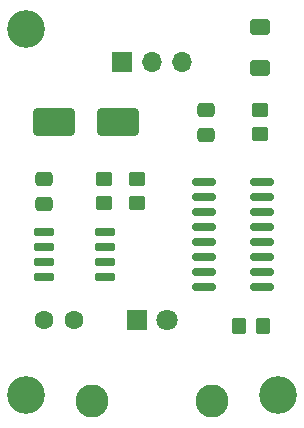
<source format=gbr>
%TF.GenerationSoftware,KiCad,Pcbnew,8.0.1*%
%TF.CreationDate,2024-11-01T11:19:19+01:00*%
%TF.ProjectId,Liquid-Sensor-Zisterne,4c697175-6964-42d5-9365-6e736f722d5a,rev?*%
%TF.SameCoordinates,Original*%
%TF.FileFunction,Soldermask,Top*%
%TF.FilePolarity,Negative*%
%FSLAX46Y46*%
G04 Gerber Fmt 4.6, Leading zero omitted, Abs format (unit mm)*
G04 Created by KiCad (PCBNEW 8.0.1) date 2024-11-01 11:19:19*
%MOMM*%
%LPD*%
G01*
G04 APERTURE LIST*
G04 Aperture macros list*
%AMRoundRect*
0 Rectangle with rounded corners*
0 $1 Rounding radius*
0 $2 $3 $4 $5 $6 $7 $8 $9 X,Y pos of 4 corners*
0 Add a 4 corners polygon primitive as box body*
4,1,4,$2,$3,$4,$5,$6,$7,$8,$9,$2,$3,0*
0 Add four circle primitives for the rounded corners*
1,1,$1+$1,$2,$3*
1,1,$1+$1,$4,$5*
1,1,$1+$1,$6,$7*
1,1,$1+$1,$8,$9*
0 Add four rect primitives between the rounded corners*
20,1,$1+$1,$2,$3,$4,$5,0*
20,1,$1+$1,$4,$5,$6,$7,0*
20,1,$1+$1,$6,$7,$8,$9,0*
20,1,$1+$1,$8,$9,$2,$3,0*%
G04 Aperture macros list end*
%ADD10RoundRect,0.250000X-0.350000X-0.450000X0.350000X-0.450000X0.350000X0.450000X-0.350000X0.450000X0*%
%ADD11RoundRect,0.250000X-0.600000X0.400000X-0.600000X-0.400000X0.600000X-0.400000X0.600000X0.400000X0*%
%ADD12C,2.800000*%
%ADD13RoundRect,0.250000X0.475000X-0.337500X0.475000X0.337500X-0.475000X0.337500X-0.475000X-0.337500X0*%
%ADD14RoundRect,0.250000X-1.500000X-0.900000X1.500000X-0.900000X1.500000X0.900000X-1.500000X0.900000X0*%
%ADD15R,1.700000X1.700000*%
%ADD16O,1.700000X1.700000*%
%ADD17RoundRect,0.250000X0.450000X-0.350000X0.450000X0.350000X-0.450000X0.350000X-0.450000X-0.350000X0*%
%ADD18RoundRect,0.250000X-0.450000X0.350000X-0.450000X-0.350000X0.450000X-0.350000X0.450000X0.350000X0*%
%ADD19C,3.200000*%
%ADD20R,1.800000X1.800000*%
%ADD21C,1.800000*%
%ADD22RoundRect,0.150000X0.825000X0.150000X-0.825000X0.150000X-0.825000X-0.150000X0.825000X-0.150000X0*%
%ADD23RoundRect,0.250000X-0.475000X0.337500X-0.475000X-0.337500X0.475000X-0.337500X0.475000X0.337500X0*%
%ADD24C,1.600000*%
%ADD25RoundRect,0.150000X-0.725000X-0.150000X0.725000X-0.150000X0.725000X0.150000X-0.725000X0.150000X0*%
G04 APERTURE END LIST*
D10*
%TO.C,R4*%
X166894000Y-86360000D03*
X168894000Y-86360000D03*
%TD*%
D11*
%TO.C,D3*%
X168656000Y-60988000D03*
X168656000Y-64488000D03*
%TD*%
D12*
%TO.C,J3*%
X164592000Y-92710000D03*
%TD*%
D13*
%TO.C,C3*%
X164084000Y-70125500D03*
X164084000Y-68050500D03*
%TD*%
D14*
%TO.C,D1*%
X151224000Y-69088000D03*
X156624000Y-69088000D03*
%TD*%
D15*
%TO.C,J1*%
X156972000Y-64008000D03*
D16*
X159512000Y-64008000D03*
X162052000Y-64008000D03*
%TD*%
D17*
%TO.C,R1*%
X155448000Y-75930000D03*
X155448000Y-73930000D03*
%TD*%
D18*
%TO.C,R2*%
X158242000Y-73930000D03*
X158242000Y-75930000D03*
%TD*%
D19*
%TO.C,H2*%
X148844000Y-92202000D03*
%TD*%
D12*
%TO.C,J2*%
X154432000Y-92710000D03*
%TD*%
D20*
%TO.C,D2*%
X158237000Y-85852000D03*
D21*
X160777000Y-85852000D03*
%TD*%
D22*
%TO.C,U2*%
X168845000Y-83058000D03*
X168845000Y-81788000D03*
X168845000Y-80518000D03*
X168845000Y-79248000D03*
X168845000Y-77978000D03*
X168845000Y-76708000D03*
X168845000Y-75438000D03*
X168845000Y-74168000D03*
X163895000Y-74168000D03*
X163895000Y-75438000D03*
X163895000Y-76708000D03*
X163895000Y-77978000D03*
X163895000Y-79248000D03*
X163895000Y-80518000D03*
X163895000Y-81788000D03*
X163895000Y-83058000D03*
%TD*%
D19*
%TO.C,H3*%
X170180000Y-92202000D03*
%TD*%
D23*
%TO.C,C1*%
X150368000Y-73892500D03*
X150368000Y-75967500D03*
%TD*%
D24*
%TO.C,C2*%
X150388000Y-85852000D03*
X152888000Y-85852000D03*
%TD*%
D18*
%TO.C,R3*%
X168656000Y-68088000D03*
X168656000Y-70088000D03*
%TD*%
D19*
%TO.C,H1*%
X148844000Y-61214000D03*
%TD*%
D25*
%TO.C,U1*%
X150333000Y-78359000D03*
X150333000Y-79629000D03*
X150333000Y-80899000D03*
X150333000Y-82169000D03*
X155483000Y-82169000D03*
X155483000Y-80899000D03*
X155483000Y-79629000D03*
X155483000Y-78359000D03*
%TD*%
M02*

</source>
